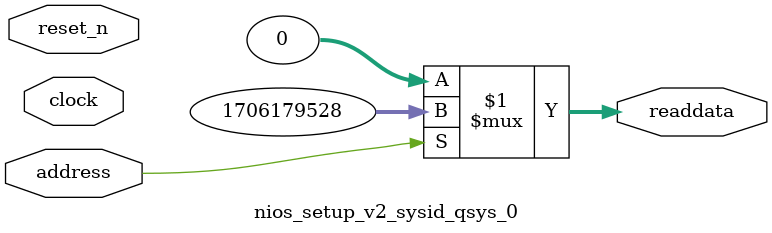
<source format=v>



// synthesis translate_off
`timescale 1ns / 1ps
// synthesis translate_on

// turn off superfluous verilog processor warnings 
// altera message_level Level1 
// altera message_off 10034 10035 10036 10037 10230 10240 10030 

module nios_setup_v2_sysid_qsys_0 (
               // inputs:
                address,
                clock,
                reset_n,

               // outputs:
                readdata
             )
;

  output  [ 31: 0] readdata;
  input            address;
  input            clock;
  input            reset_n;

  wire    [ 31: 0] readdata;
  //control_slave, which is an e_avalon_slave
  assign readdata = address ? 1706179528 : 0;

endmodule



</source>
